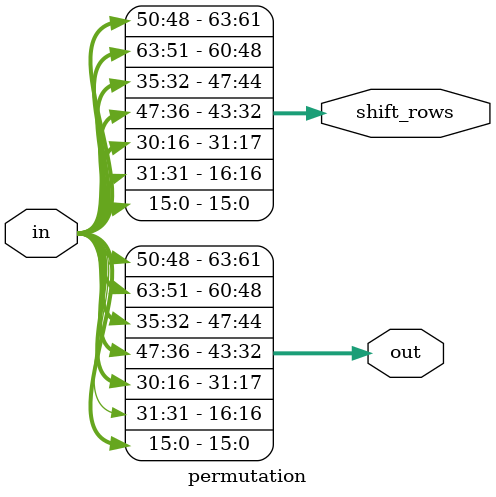
<source format=v>
`timescale 1ns / 1ps


module permutation (
    input  wire [63:0] in,       // 64-bit input
    output reg  [63:0] out,      // 64-bit output
    output reg  [63:0] shift_rows // 64-bit intermediate result
);
    
    always @(*) begin  // Combinational logic
       out[15:0]   = in[15:0];
       out[31:16] = {in[30:16], in[31]};  
       out[47:32] = {in[35:32], in[47:36]};  // 12-bit left shift
       out[63:48] = {in[50:48], in[63:51]};  // 13-bit left shift
        shift_rows  = out;
    end

endmodule

</source>
